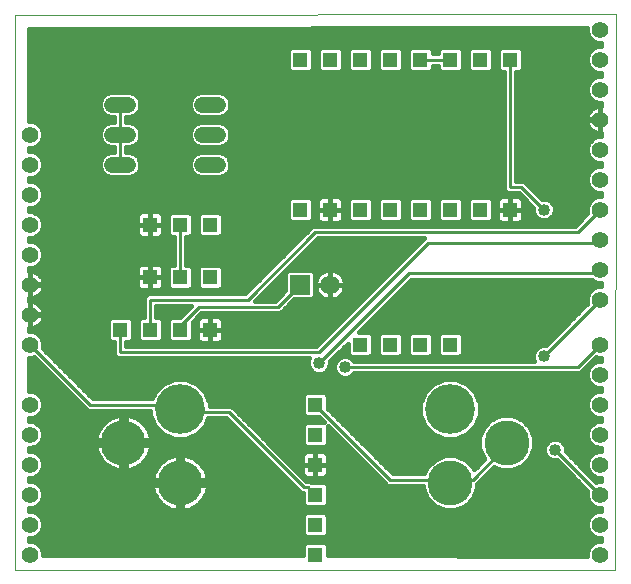
<source format=gtl>
G75*
%MOIN*%
%OFA0B0*%
%FSLAX25Y25*%
%IPPOS*%
%LPD*%
%AMOC8*
5,1,8,0,0,1.08239X$1,22.5*
%
%ADD10C,0.00000*%
%ADD11C,0.05543*%
%ADD12R,0.05150X0.05150*%
%ADD13C,0.16598*%
%ADD14C,0.15024*%
%ADD15C,0.06500*%
%ADD16R,0.06500X0.06500*%
%ADD17C,0.05200*%
%ADD18C,0.01000*%
%ADD19C,0.01600*%
%ADD20C,0.05315*%
%ADD21C,0.04000*%
D10*
X0006800Y0006800D02*
X0006800Y0191761D01*
X0207041Y0192041D01*
X0206851Y0006640D01*
X0006800Y0006800D01*
D11*
X0011800Y0011800D03*
X0011800Y0021800D03*
X0011800Y0031800D03*
X0011800Y0041800D03*
X0011800Y0051800D03*
X0011800Y0061800D03*
X0011800Y0081800D03*
X0011800Y0091800D03*
X0011800Y0101800D03*
X0011800Y0111800D03*
X0011800Y0121800D03*
X0011800Y0131800D03*
X0011800Y0141800D03*
X0011800Y0151800D03*
X0201800Y0146800D03*
X0201800Y0136800D03*
X0201800Y0126800D03*
X0201800Y0116800D03*
X0201800Y0106800D03*
X0201800Y0096800D03*
X0201800Y0081800D03*
X0201800Y0071800D03*
X0201800Y0061800D03*
X0201800Y0051800D03*
X0201800Y0041800D03*
X0201800Y0031800D03*
X0201800Y0021800D03*
X0201800Y0011800D03*
X0201800Y0156800D03*
X0201800Y0166800D03*
X0201800Y0176800D03*
X0201800Y0186800D03*
D12*
X0171800Y0176800D03*
X0161800Y0176800D03*
X0151800Y0176800D03*
X0141800Y0176800D03*
X0131800Y0176800D03*
X0121800Y0176800D03*
X0111800Y0176800D03*
X0101800Y0176800D03*
X0101800Y0126800D03*
X0111800Y0126800D03*
X0121800Y0126800D03*
X0131800Y0126800D03*
X0141800Y0126800D03*
X0151800Y0126800D03*
X0161800Y0126800D03*
X0171800Y0126800D03*
X0151800Y0081800D03*
X0141800Y0081800D03*
X0131800Y0081800D03*
X0121800Y0081800D03*
X0106800Y0061800D03*
X0106800Y0051800D03*
X0106800Y0041800D03*
X0106800Y0031800D03*
X0106800Y0021800D03*
X0106800Y0011800D03*
X0071800Y0086800D03*
X0061800Y0086800D03*
X0051800Y0086800D03*
X0041800Y0086800D03*
X0051800Y0104300D03*
X0061800Y0104300D03*
X0071800Y0104300D03*
X0071800Y0121800D03*
X0061800Y0121800D03*
X0051800Y0121800D03*
D13*
X0061800Y0060343D03*
X0151800Y0060343D03*
D14*
X0170698Y0049123D03*
X0151800Y0035737D03*
X0061800Y0035737D03*
X0042902Y0049123D03*
D15*
X0111800Y0101800D03*
D16*
X0101800Y0101800D03*
D17*
X0074400Y0141800D02*
X0069200Y0141800D01*
X0069200Y0151800D02*
X0074400Y0151800D01*
X0074400Y0161800D02*
X0069200Y0161800D01*
X0044400Y0161800D02*
X0039200Y0161800D01*
X0039200Y0151800D02*
X0044400Y0151800D01*
X0044400Y0141800D02*
X0039200Y0141800D01*
D18*
X0041800Y0141800D02*
X0041800Y0151800D01*
X0041800Y0161800D01*
X0061800Y0121800D02*
X0061800Y0104300D01*
X0051800Y0096800D02*
X0084300Y0096800D01*
X0106800Y0119300D01*
X0194300Y0119300D01*
X0201800Y0126800D01*
X0201800Y0116800D02*
X0200550Y0115550D01*
X0144300Y0115550D01*
X0108050Y0079300D01*
X0041800Y0079300D01*
X0041800Y0086800D01*
X0051800Y0086800D02*
X0051800Y0096800D01*
X0061800Y0088050D02*
X0061800Y0086800D01*
X0061800Y0088050D02*
X0068050Y0094300D01*
X0094300Y0094300D01*
X0101800Y0101800D01*
X0108050Y0075550D02*
X0138050Y0105550D01*
X0200550Y0105550D01*
X0201800Y0106800D01*
X0201800Y0096800D02*
X0183050Y0078050D01*
X0194300Y0074300D02*
X0201800Y0081800D01*
X0194300Y0074300D02*
X0116800Y0074300D01*
X0106800Y0061800D02*
X0131800Y0036800D01*
X0151800Y0036800D01*
X0151800Y0035737D01*
X0151800Y0036800D02*
X0159300Y0036800D01*
X0170550Y0048050D01*
X0170698Y0049123D01*
X0186800Y0046800D02*
X0201800Y0031800D01*
X0106800Y0031800D02*
X0104300Y0034300D01*
X0103050Y0034300D01*
X0078050Y0059300D01*
X0061800Y0059300D01*
X0061800Y0060343D01*
X0061800Y0060550D01*
X0060550Y0061800D01*
X0031800Y0061800D01*
X0011800Y0081800D01*
X0141800Y0176800D02*
X0151800Y0176800D01*
X0171800Y0176800D02*
X0171800Y0134300D01*
X0175550Y0134300D01*
X0183050Y0126800D01*
D19*
X0185576Y0124235D02*
X0196265Y0124235D01*
X0197584Y0125554D02*
X0193430Y0121400D01*
X0105930Y0121400D01*
X0104700Y0120170D01*
X0083430Y0098900D01*
X0050930Y0098900D01*
X0049700Y0097670D01*
X0049700Y0090975D01*
X0048562Y0090975D01*
X0047625Y0090038D01*
X0047625Y0083562D01*
X0048562Y0082625D01*
X0055038Y0082625D01*
X0055975Y0083562D01*
X0055975Y0090038D01*
X0055038Y0090975D01*
X0053900Y0090975D01*
X0053900Y0094700D01*
X0065480Y0094700D01*
X0061755Y0090975D01*
X0058562Y0090975D01*
X0057625Y0090038D01*
X0057625Y0083562D01*
X0058562Y0082625D01*
X0065038Y0082625D01*
X0065975Y0083562D01*
X0065975Y0089255D01*
X0068920Y0092200D01*
X0095170Y0092200D01*
X0096400Y0093430D01*
X0099920Y0096950D01*
X0105713Y0096950D01*
X0106650Y0097887D01*
X0106650Y0105713D01*
X0105713Y0106650D01*
X0097887Y0106650D01*
X0096950Y0105713D01*
X0096950Y0099920D01*
X0093430Y0096400D01*
X0086870Y0096400D01*
X0107670Y0117200D01*
X0142980Y0117200D01*
X0142200Y0116420D01*
X0107180Y0081400D01*
X0043900Y0081400D01*
X0043900Y0082625D01*
X0045038Y0082625D01*
X0045975Y0083562D01*
X0045975Y0090038D01*
X0045038Y0090975D01*
X0038562Y0090975D01*
X0037625Y0090038D01*
X0037625Y0083562D01*
X0038562Y0082625D01*
X0039700Y0082625D01*
X0039700Y0078430D01*
X0040930Y0077200D01*
X0104837Y0077200D01*
X0104450Y0076266D01*
X0104450Y0074834D01*
X0104998Y0073511D01*
X0106011Y0072498D01*
X0107334Y0071950D01*
X0108766Y0071950D01*
X0110089Y0072498D01*
X0111102Y0073511D01*
X0111650Y0074834D01*
X0111650Y0076180D01*
X0117625Y0082155D01*
X0117625Y0078562D01*
X0118562Y0077625D01*
X0125038Y0077625D01*
X0125975Y0078562D01*
X0125975Y0085038D01*
X0125038Y0085975D01*
X0121445Y0085975D01*
X0138920Y0103450D01*
X0198968Y0103450D01*
X0199324Y0103094D01*
X0200930Y0102428D01*
X0202149Y0102428D01*
X0202148Y0101172D01*
X0200930Y0101172D01*
X0199324Y0100506D01*
X0198094Y0099276D01*
X0197428Y0097670D01*
X0197428Y0095930D01*
X0197584Y0095554D01*
X0183680Y0081650D01*
X0182334Y0081650D01*
X0181011Y0081102D01*
X0179998Y0080089D01*
X0179450Y0078766D01*
X0179450Y0077334D01*
X0179837Y0076400D01*
X0119791Y0076400D01*
X0118839Y0077352D01*
X0117516Y0077900D01*
X0116084Y0077900D01*
X0114761Y0077352D01*
X0113748Y0076339D01*
X0113200Y0075016D01*
X0113200Y0073584D01*
X0113748Y0072261D01*
X0114761Y0071248D01*
X0116084Y0070700D01*
X0117516Y0070700D01*
X0118839Y0071248D01*
X0119791Y0072200D01*
X0195170Y0072200D01*
X0200554Y0077584D01*
X0200930Y0077428D01*
X0202123Y0077428D01*
X0202122Y0076172D01*
X0200930Y0076172D01*
X0199324Y0075506D01*
X0198094Y0074276D01*
X0197428Y0072670D01*
X0197428Y0070930D01*
X0198094Y0069324D01*
X0199324Y0068094D01*
X0200930Y0067428D01*
X0202113Y0067428D01*
X0202112Y0066172D01*
X0200930Y0066172D01*
X0199324Y0065506D01*
X0198094Y0064276D01*
X0197428Y0062670D01*
X0197428Y0060930D01*
X0198094Y0059324D01*
X0199324Y0058094D01*
X0200930Y0057428D01*
X0202103Y0057428D01*
X0202102Y0056172D01*
X0200930Y0056172D01*
X0199324Y0055506D01*
X0198094Y0054276D01*
X0197428Y0052670D01*
X0197428Y0050930D01*
X0198094Y0049324D01*
X0199324Y0048094D01*
X0200930Y0047428D01*
X0202093Y0047428D01*
X0202091Y0046172D01*
X0200930Y0046172D01*
X0199324Y0045506D01*
X0198094Y0044276D01*
X0197428Y0042670D01*
X0197428Y0040930D01*
X0198094Y0039324D01*
X0199324Y0038094D01*
X0200930Y0037428D01*
X0202082Y0037428D01*
X0202081Y0036172D01*
X0200930Y0036172D01*
X0200554Y0036016D01*
X0190400Y0046170D01*
X0190400Y0047516D01*
X0189852Y0048839D01*
X0188839Y0049852D01*
X0187516Y0050400D01*
X0186084Y0050400D01*
X0184761Y0049852D01*
X0183748Y0048839D01*
X0183200Y0047516D01*
X0183200Y0046084D01*
X0183748Y0044761D01*
X0184761Y0043748D01*
X0186084Y0043200D01*
X0187430Y0043200D01*
X0197584Y0033046D01*
X0197428Y0032670D01*
X0197428Y0030930D01*
X0198094Y0029324D01*
X0199324Y0028094D01*
X0200930Y0027428D01*
X0202072Y0027428D01*
X0202071Y0026172D01*
X0200930Y0026172D01*
X0199324Y0025506D01*
X0198094Y0024276D01*
X0197428Y0022670D01*
X0197428Y0020930D01*
X0198094Y0019324D01*
X0199324Y0018094D01*
X0200930Y0017428D01*
X0202062Y0017428D01*
X0202061Y0016172D01*
X0200930Y0016172D01*
X0199324Y0015506D01*
X0198094Y0014276D01*
X0197428Y0012670D01*
X0197428Y0011448D01*
X0110975Y0011517D01*
X0110975Y0015038D01*
X0110038Y0015975D01*
X0103562Y0015975D01*
X0102625Y0015038D01*
X0102625Y0011523D01*
X0016172Y0011592D01*
X0016172Y0012670D01*
X0015506Y0014276D01*
X0014276Y0015506D01*
X0012670Y0016172D01*
X0011600Y0016172D01*
X0011600Y0017428D01*
X0012670Y0017428D01*
X0014276Y0018094D01*
X0015506Y0019324D01*
X0016172Y0020930D01*
X0016172Y0022670D01*
X0015506Y0024276D01*
X0014276Y0025506D01*
X0012670Y0026172D01*
X0011600Y0026172D01*
X0011600Y0027428D01*
X0012670Y0027428D01*
X0014276Y0028094D01*
X0015506Y0029324D01*
X0016172Y0030930D01*
X0016172Y0032670D01*
X0015506Y0034276D01*
X0014276Y0035506D01*
X0012670Y0036172D01*
X0011600Y0036172D01*
X0011600Y0037428D01*
X0012670Y0037428D01*
X0014276Y0038094D01*
X0015506Y0039324D01*
X0016172Y0040930D01*
X0016172Y0042670D01*
X0015506Y0044276D01*
X0014276Y0045506D01*
X0012670Y0046172D01*
X0011600Y0046172D01*
X0011600Y0047428D01*
X0012670Y0047428D01*
X0014276Y0048094D01*
X0015506Y0049324D01*
X0016172Y0050930D01*
X0016172Y0052670D01*
X0015506Y0054276D01*
X0014276Y0055506D01*
X0012670Y0056172D01*
X0011600Y0056172D01*
X0011600Y0057428D01*
X0012670Y0057428D01*
X0014276Y0058094D01*
X0015506Y0059324D01*
X0016172Y0060930D01*
X0016172Y0062670D01*
X0015506Y0064276D01*
X0014276Y0065506D01*
X0012670Y0066172D01*
X0011600Y0066172D01*
X0011600Y0077428D01*
X0012670Y0077428D01*
X0013046Y0077584D01*
X0029700Y0060930D01*
X0030930Y0059700D01*
X0051901Y0059700D01*
X0051901Y0058374D01*
X0053408Y0054736D01*
X0056193Y0051951D01*
X0059831Y0050444D01*
X0063769Y0050444D01*
X0067407Y0051951D01*
X0070192Y0054736D01*
X0071213Y0057200D01*
X0077180Y0057200D01*
X0102180Y0032200D01*
X0102625Y0032200D01*
X0102625Y0028562D01*
X0103562Y0027625D01*
X0110038Y0027625D01*
X0110975Y0028562D01*
X0110975Y0035038D01*
X0110038Y0035975D01*
X0105595Y0035975D01*
X0105170Y0036400D01*
X0103920Y0036400D01*
X0080150Y0060170D01*
X0078920Y0061400D01*
X0071699Y0061400D01*
X0071699Y0062312D01*
X0070192Y0065951D01*
X0067407Y0068735D01*
X0063769Y0070243D01*
X0059831Y0070243D01*
X0056193Y0068735D01*
X0053408Y0065951D01*
X0052558Y0063900D01*
X0032670Y0063900D01*
X0016016Y0080554D01*
X0016172Y0080930D01*
X0016172Y0082670D01*
X0015506Y0084276D01*
X0014276Y0085506D01*
X0012670Y0086172D01*
X0011600Y0086172D01*
X0011600Y0087228D01*
X0011714Y0087228D01*
X0011714Y0091714D01*
X0011886Y0091714D01*
X0011886Y0091886D01*
X0011714Y0091886D01*
X0011714Y0096372D01*
X0011600Y0096372D01*
X0011600Y0097228D01*
X0011714Y0097228D01*
X0011714Y0101714D01*
X0011886Y0101714D01*
X0011886Y0101886D01*
X0011714Y0101886D01*
X0011714Y0106372D01*
X0011600Y0106372D01*
X0011600Y0107428D01*
X0012670Y0107428D01*
X0014276Y0108094D01*
X0015506Y0109324D01*
X0016172Y0110930D01*
X0016172Y0112670D01*
X0015506Y0114276D01*
X0014276Y0115506D01*
X0012670Y0116172D01*
X0011600Y0116172D01*
X0011600Y0117428D01*
X0012670Y0117428D01*
X0014276Y0118094D01*
X0015506Y0119324D01*
X0016172Y0120930D01*
X0016172Y0122670D01*
X0015506Y0124276D01*
X0014276Y0125506D01*
X0012670Y0126172D01*
X0011600Y0126172D01*
X0011600Y0127428D01*
X0012670Y0127428D01*
X0014276Y0128094D01*
X0015506Y0129324D01*
X0016172Y0130930D01*
X0016172Y0132670D01*
X0015506Y0134276D01*
X0014276Y0135506D01*
X0012670Y0136172D01*
X0011600Y0136172D01*
X0011600Y0137428D01*
X0012670Y0137428D01*
X0014276Y0138094D01*
X0015506Y0139324D01*
X0016172Y0140930D01*
X0016172Y0142670D01*
X0015506Y0144276D01*
X0014276Y0145506D01*
X0012670Y0146172D01*
X0011600Y0146172D01*
X0011600Y0147428D01*
X0012670Y0147428D01*
X0014276Y0148094D01*
X0015506Y0149324D01*
X0016172Y0150930D01*
X0016172Y0152670D01*
X0015506Y0154276D01*
X0014276Y0155506D01*
X0012670Y0156172D01*
X0011600Y0156172D01*
X0011600Y0186967D01*
X0197428Y0187227D01*
X0197428Y0185930D01*
X0198094Y0184324D01*
X0199324Y0183094D01*
X0200930Y0182428D01*
X0202231Y0182428D01*
X0202230Y0181172D01*
X0200930Y0181172D01*
X0199324Y0180506D01*
X0198094Y0179276D01*
X0197428Y0177670D01*
X0197428Y0175930D01*
X0198094Y0174324D01*
X0199324Y0173094D01*
X0200930Y0172428D01*
X0202221Y0172428D01*
X0202219Y0171172D01*
X0200930Y0171172D01*
X0199324Y0170506D01*
X0198094Y0169276D01*
X0197428Y0167670D01*
X0197428Y0165930D01*
X0198094Y0164324D01*
X0199324Y0163094D01*
X0200930Y0162428D01*
X0202210Y0162428D01*
X0202209Y0161364D01*
X0202160Y0161372D01*
X0201886Y0161372D01*
X0201886Y0156886D01*
X0201714Y0156886D01*
X0201714Y0161372D01*
X0201440Y0161372D01*
X0200729Y0161259D01*
X0200045Y0161037D01*
X0199404Y0160710D01*
X0198822Y0160287D01*
X0198313Y0159778D01*
X0197890Y0159196D01*
X0197563Y0158555D01*
X0197341Y0157871D01*
X0197228Y0157160D01*
X0197228Y0156886D01*
X0201714Y0156886D01*
X0201714Y0156714D01*
X0201886Y0156714D01*
X0201886Y0152228D01*
X0202160Y0152228D01*
X0202200Y0152235D01*
X0202199Y0151172D01*
X0200930Y0151172D01*
X0199324Y0150506D01*
X0198094Y0149276D01*
X0197428Y0147670D01*
X0197428Y0145930D01*
X0198094Y0144324D01*
X0199324Y0143094D01*
X0200930Y0142428D01*
X0202190Y0142428D01*
X0202189Y0141172D01*
X0200930Y0141172D01*
X0199324Y0140506D01*
X0198094Y0139276D01*
X0197428Y0137670D01*
X0197428Y0135930D01*
X0198094Y0134324D01*
X0199324Y0133094D01*
X0200930Y0132428D01*
X0202180Y0132428D01*
X0202178Y0131172D01*
X0200930Y0131172D01*
X0199324Y0130506D01*
X0198094Y0129276D01*
X0197428Y0127670D01*
X0197428Y0125930D01*
X0197584Y0125554D01*
X0197469Y0125833D02*
X0186546Y0125833D01*
X0186650Y0126084D02*
X0186650Y0127516D01*
X0186102Y0128839D01*
X0185089Y0129852D01*
X0183766Y0130400D01*
X0182420Y0130400D01*
X0176420Y0136400D01*
X0173900Y0136400D01*
X0173900Y0172625D01*
X0175038Y0172625D01*
X0175975Y0173562D01*
X0175975Y0180038D01*
X0175038Y0180975D01*
X0168562Y0180975D01*
X0167625Y0180038D01*
X0167625Y0173562D01*
X0168562Y0172625D01*
X0169700Y0172625D01*
X0169700Y0133430D01*
X0170930Y0132200D01*
X0174680Y0132200D01*
X0179450Y0127430D01*
X0179450Y0126084D01*
X0179998Y0124761D01*
X0181011Y0123748D01*
X0182334Y0123200D01*
X0183766Y0123200D01*
X0185089Y0123748D01*
X0186102Y0124761D01*
X0186650Y0126084D01*
X0186650Y0127432D02*
X0197428Y0127432D01*
X0197992Y0129030D02*
X0185911Y0129030D01*
X0182191Y0130629D02*
X0199620Y0130629D01*
X0202180Y0132227D02*
X0180593Y0132227D01*
X0178994Y0133826D02*
X0198592Y0133826D01*
X0197638Y0135424D02*
X0177395Y0135424D01*
X0173900Y0137023D02*
X0197428Y0137023D01*
X0197823Y0138621D02*
X0173900Y0138621D01*
X0173900Y0140220D02*
X0199037Y0140220D01*
X0202189Y0141818D02*
X0173900Y0141818D01*
X0173900Y0143417D02*
X0199001Y0143417D01*
X0197807Y0145015D02*
X0173900Y0145015D01*
X0173900Y0146614D02*
X0197428Y0146614D01*
X0197653Y0148212D02*
X0173900Y0148212D01*
X0173900Y0149811D02*
X0198628Y0149811D01*
X0200045Y0152563D02*
X0200729Y0152341D01*
X0201440Y0152228D01*
X0201714Y0152228D01*
X0201714Y0156714D01*
X0197228Y0156714D01*
X0197228Y0156440D01*
X0197341Y0155729D01*
X0197563Y0155045D01*
X0197890Y0154404D01*
X0198313Y0153822D01*
X0198822Y0153313D01*
X0199404Y0152890D01*
X0200045Y0152563D01*
X0199242Y0153008D02*
X0173900Y0153008D01*
X0173900Y0154606D02*
X0197787Y0154606D01*
X0197266Y0156205D02*
X0173900Y0156205D01*
X0173900Y0157803D02*
X0197330Y0157803D01*
X0198040Y0159402D02*
X0173900Y0159402D01*
X0173900Y0161001D02*
X0199974Y0161001D01*
X0200518Y0162599D02*
X0173900Y0162599D01*
X0173900Y0164198D02*
X0198220Y0164198D01*
X0197484Y0165796D02*
X0173900Y0165796D01*
X0173900Y0167395D02*
X0197428Y0167395D01*
X0197977Y0168993D02*
X0173900Y0168993D01*
X0173900Y0170592D02*
X0199530Y0170592D01*
X0202220Y0172190D02*
X0173900Y0172190D01*
X0175975Y0173789D02*
X0198629Y0173789D01*
X0197653Y0175387D02*
X0175975Y0175387D01*
X0175975Y0176986D02*
X0197428Y0176986D01*
X0197807Y0178584D02*
X0175975Y0178584D01*
X0175830Y0180183D02*
X0199000Y0180183D01*
X0202230Y0181781D02*
X0011600Y0181781D01*
X0011600Y0180183D02*
X0097770Y0180183D01*
X0097625Y0180038D02*
X0097625Y0173562D01*
X0098562Y0172625D01*
X0105038Y0172625D01*
X0105975Y0173562D01*
X0105975Y0180038D01*
X0105038Y0180975D01*
X0098562Y0180975D01*
X0097625Y0180038D01*
X0097625Y0178584D02*
X0011600Y0178584D01*
X0011600Y0176986D02*
X0097625Y0176986D01*
X0097625Y0175387D02*
X0011600Y0175387D01*
X0011600Y0173789D02*
X0097625Y0173789D01*
X0105975Y0173789D02*
X0107625Y0173789D01*
X0107625Y0173562D02*
X0108562Y0172625D01*
X0115038Y0172625D01*
X0115975Y0173562D01*
X0115975Y0180038D01*
X0115038Y0180975D01*
X0108562Y0180975D01*
X0107625Y0180038D01*
X0107625Y0173562D01*
X0107625Y0175387D02*
X0105975Y0175387D01*
X0105975Y0176986D02*
X0107625Y0176986D01*
X0107625Y0178584D02*
X0105975Y0178584D01*
X0105830Y0180183D02*
X0107770Y0180183D01*
X0115830Y0180183D02*
X0117770Y0180183D01*
X0117625Y0180038D02*
X0117625Y0173562D01*
X0118562Y0172625D01*
X0125038Y0172625D01*
X0125975Y0173562D01*
X0125975Y0180038D01*
X0125038Y0180975D01*
X0118562Y0180975D01*
X0117625Y0180038D01*
X0117625Y0178584D02*
X0115975Y0178584D01*
X0115975Y0176986D02*
X0117625Y0176986D01*
X0117625Y0175387D02*
X0115975Y0175387D01*
X0115975Y0173789D02*
X0117625Y0173789D01*
X0125975Y0173789D02*
X0127625Y0173789D01*
X0127625Y0173562D02*
X0128562Y0172625D01*
X0135038Y0172625D01*
X0135975Y0173562D01*
X0135975Y0180038D01*
X0135038Y0180975D01*
X0128562Y0180975D01*
X0127625Y0180038D01*
X0127625Y0173562D01*
X0127625Y0175387D02*
X0125975Y0175387D01*
X0125975Y0176986D02*
X0127625Y0176986D01*
X0127625Y0178584D02*
X0125975Y0178584D01*
X0125830Y0180183D02*
X0127770Y0180183D01*
X0135830Y0180183D02*
X0137770Y0180183D01*
X0137625Y0180038D02*
X0137625Y0173562D01*
X0138562Y0172625D01*
X0145038Y0172625D01*
X0145975Y0173562D01*
X0145975Y0174700D01*
X0147625Y0174700D01*
X0147625Y0173562D01*
X0148562Y0172625D01*
X0155038Y0172625D01*
X0155975Y0173562D01*
X0155975Y0180038D01*
X0155038Y0180975D01*
X0148562Y0180975D01*
X0147625Y0180038D01*
X0147625Y0178900D01*
X0145975Y0178900D01*
X0145975Y0180038D01*
X0145038Y0180975D01*
X0138562Y0180975D01*
X0137625Y0180038D01*
X0137625Y0178584D02*
X0135975Y0178584D01*
X0135975Y0176986D02*
X0137625Y0176986D01*
X0137625Y0175387D02*
X0135975Y0175387D01*
X0135975Y0173789D02*
X0137625Y0173789D01*
X0145975Y0173789D02*
X0147625Y0173789D01*
X0147770Y0180183D02*
X0145830Y0180183D01*
X0155830Y0180183D02*
X0157770Y0180183D01*
X0157625Y0180038D02*
X0157625Y0173562D01*
X0158562Y0172625D01*
X0165038Y0172625D01*
X0165975Y0173562D01*
X0165975Y0180038D01*
X0165038Y0180975D01*
X0158562Y0180975D01*
X0157625Y0180038D01*
X0157625Y0178584D02*
X0155975Y0178584D01*
X0155975Y0176986D02*
X0157625Y0176986D01*
X0157625Y0175387D02*
X0155975Y0175387D01*
X0155975Y0173789D02*
X0157625Y0173789D01*
X0165975Y0173789D02*
X0167625Y0173789D01*
X0167625Y0175387D02*
X0165975Y0175387D01*
X0165975Y0176986D02*
X0167625Y0176986D01*
X0167625Y0178584D02*
X0165975Y0178584D01*
X0165830Y0180183D02*
X0167770Y0180183D01*
X0169700Y0172190D02*
X0011600Y0172190D01*
X0011600Y0170592D02*
X0169700Y0170592D01*
X0169700Y0168993D02*
X0011600Y0168993D01*
X0011600Y0167395D02*
X0169700Y0167395D01*
X0169700Y0165796D02*
X0075728Y0165796D01*
X0075235Y0166000D02*
X0068365Y0166000D01*
X0066821Y0165361D01*
X0065639Y0164179D01*
X0065000Y0162635D01*
X0065000Y0160965D01*
X0065639Y0159421D01*
X0066821Y0158239D01*
X0068365Y0157600D01*
X0075235Y0157600D01*
X0076779Y0158239D01*
X0077961Y0159421D01*
X0078600Y0160965D01*
X0078600Y0162635D01*
X0077961Y0164179D01*
X0076779Y0165361D01*
X0075235Y0166000D01*
X0077942Y0164198D02*
X0169700Y0164198D01*
X0169700Y0162599D02*
X0078600Y0162599D01*
X0078600Y0161001D02*
X0169700Y0161001D01*
X0169700Y0159402D02*
X0077942Y0159402D01*
X0075727Y0157803D02*
X0169700Y0157803D01*
X0169700Y0156205D02*
X0043900Y0156205D01*
X0043900Y0156000D02*
X0043900Y0157600D01*
X0045235Y0157600D01*
X0046779Y0158239D01*
X0047961Y0159421D01*
X0048600Y0160965D01*
X0048600Y0162635D01*
X0047961Y0164179D01*
X0046779Y0165361D01*
X0045235Y0166000D01*
X0038365Y0166000D01*
X0036821Y0165361D01*
X0035639Y0164179D01*
X0035000Y0162635D01*
X0035000Y0160965D01*
X0035639Y0159421D01*
X0036821Y0158239D01*
X0038365Y0157600D01*
X0039700Y0157600D01*
X0039700Y0156000D01*
X0038365Y0156000D01*
X0036821Y0155361D01*
X0035639Y0154179D01*
X0035000Y0152635D01*
X0035000Y0150965D01*
X0035639Y0149421D01*
X0036821Y0148239D01*
X0038365Y0147600D01*
X0039700Y0147600D01*
X0039700Y0146000D01*
X0038365Y0146000D01*
X0036821Y0145361D01*
X0035639Y0144179D01*
X0035000Y0142635D01*
X0035000Y0140965D01*
X0035639Y0139421D01*
X0036821Y0138239D01*
X0038365Y0137600D01*
X0045235Y0137600D01*
X0046779Y0138239D01*
X0047961Y0139421D01*
X0048600Y0140965D01*
X0048600Y0142635D01*
X0047961Y0144179D01*
X0046779Y0145361D01*
X0045235Y0146000D01*
X0043900Y0146000D01*
X0043900Y0147600D01*
X0045235Y0147600D01*
X0046779Y0148239D01*
X0047961Y0149421D01*
X0048600Y0150965D01*
X0048600Y0152635D01*
X0047961Y0154179D01*
X0046779Y0155361D01*
X0045235Y0156000D01*
X0043900Y0156000D01*
X0045727Y0157803D02*
X0067873Y0157803D01*
X0068365Y0156000D02*
X0066821Y0155361D01*
X0065639Y0154179D01*
X0065000Y0152635D01*
X0065000Y0150965D01*
X0065639Y0149421D01*
X0066821Y0148239D01*
X0068365Y0147600D01*
X0075235Y0147600D01*
X0076779Y0148239D01*
X0077961Y0149421D01*
X0078600Y0150965D01*
X0078600Y0152635D01*
X0077961Y0154179D01*
X0076779Y0155361D01*
X0075235Y0156000D01*
X0068365Y0156000D01*
X0066067Y0154606D02*
X0047533Y0154606D01*
X0048446Y0153008D02*
X0065154Y0153008D01*
X0065000Y0151409D02*
X0048600Y0151409D01*
X0048122Y0149811D02*
X0065478Y0149811D01*
X0066886Y0148212D02*
X0046714Y0148212D01*
X0047124Y0145015D02*
X0066476Y0145015D01*
X0066821Y0145361D02*
X0065639Y0144179D01*
X0065000Y0142635D01*
X0065000Y0140965D01*
X0065639Y0139421D01*
X0066821Y0138239D01*
X0068365Y0137600D01*
X0075235Y0137600D01*
X0076779Y0138239D01*
X0077961Y0139421D01*
X0078600Y0140965D01*
X0078600Y0142635D01*
X0077961Y0144179D01*
X0076779Y0145361D01*
X0075235Y0146000D01*
X0068365Y0146000D01*
X0066821Y0145361D01*
X0065324Y0143417D02*
X0048276Y0143417D01*
X0048600Y0141818D02*
X0065000Y0141818D01*
X0065308Y0140220D02*
X0048292Y0140220D01*
X0047161Y0138621D02*
X0066439Y0138621D01*
X0077161Y0138621D02*
X0169700Y0138621D01*
X0169700Y0137023D02*
X0011600Y0137023D01*
X0014358Y0135424D02*
X0169700Y0135424D01*
X0169700Y0133826D02*
X0015693Y0133826D01*
X0016172Y0132227D02*
X0170903Y0132227D01*
X0171800Y0131175D02*
X0168988Y0131175D01*
X0168530Y0131052D01*
X0168120Y0130815D01*
X0167785Y0130480D01*
X0167548Y0130070D01*
X0167425Y0129612D01*
X0167425Y0126800D01*
X0171800Y0126800D01*
X0171800Y0126800D01*
X0171800Y0131175D01*
X0171800Y0126800D01*
X0176175Y0126800D01*
X0176175Y0129612D01*
X0176052Y0130070D01*
X0175815Y0130480D01*
X0175480Y0130815D01*
X0175070Y0131052D01*
X0174612Y0131175D01*
X0171800Y0131175D01*
X0171800Y0130629D02*
X0171800Y0130629D01*
X0171800Y0129030D02*
X0171800Y0129030D01*
X0171800Y0127432D02*
X0171800Y0127432D01*
X0171800Y0126800D02*
X0171800Y0126800D01*
X0176175Y0126800D01*
X0176175Y0123988D01*
X0176052Y0123530D01*
X0175815Y0123120D01*
X0175480Y0122785D01*
X0175070Y0122548D01*
X0174612Y0122425D01*
X0171800Y0122425D01*
X0171800Y0126800D01*
X0171800Y0126800D01*
X0171800Y0126800D01*
X0171800Y0122425D01*
X0168988Y0122425D01*
X0168530Y0122548D01*
X0168120Y0122785D01*
X0167785Y0123120D01*
X0167548Y0123530D01*
X0167425Y0123988D01*
X0167425Y0126800D01*
X0171800Y0126800D01*
X0171800Y0125833D02*
X0171800Y0125833D01*
X0171800Y0124235D02*
X0171800Y0124235D01*
X0171800Y0122636D02*
X0171800Y0122636D01*
X0175223Y0122636D02*
X0194666Y0122636D01*
X0180524Y0124235D02*
X0176175Y0124235D01*
X0176175Y0125833D02*
X0179554Y0125833D01*
X0179448Y0127432D02*
X0176175Y0127432D01*
X0176175Y0129030D02*
X0177850Y0129030D01*
X0176251Y0130629D02*
X0175666Y0130629D01*
X0167934Y0130629D02*
X0165384Y0130629D01*
X0165038Y0130975D02*
X0165975Y0130038D01*
X0165975Y0123562D01*
X0165038Y0122625D01*
X0158562Y0122625D01*
X0157625Y0123562D01*
X0157625Y0130038D01*
X0158562Y0130975D01*
X0165038Y0130975D01*
X0165975Y0129030D02*
X0167425Y0129030D01*
X0167425Y0127432D02*
X0165975Y0127432D01*
X0165975Y0125833D02*
X0167425Y0125833D01*
X0167425Y0124235D02*
X0165975Y0124235D01*
X0165049Y0122636D02*
X0168377Y0122636D01*
X0158551Y0122636D02*
X0155049Y0122636D01*
X0155038Y0122625D02*
X0155975Y0123562D01*
X0155975Y0130038D01*
X0155038Y0130975D01*
X0148562Y0130975D01*
X0147625Y0130038D01*
X0147625Y0123562D01*
X0148562Y0122625D01*
X0155038Y0122625D01*
X0155975Y0124235D02*
X0157625Y0124235D01*
X0157625Y0125833D02*
X0155975Y0125833D01*
X0155975Y0127432D02*
X0157625Y0127432D01*
X0157625Y0129030D02*
X0155975Y0129030D01*
X0155384Y0130629D02*
X0158216Y0130629D01*
X0148216Y0130629D02*
X0145384Y0130629D01*
X0145038Y0130975D02*
X0145975Y0130038D01*
X0145975Y0123562D01*
X0145038Y0122625D01*
X0138562Y0122625D01*
X0137625Y0123562D01*
X0137625Y0130038D01*
X0138562Y0130975D01*
X0145038Y0130975D01*
X0145975Y0129030D02*
X0147625Y0129030D01*
X0147625Y0127432D02*
X0145975Y0127432D01*
X0145975Y0125833D02*
X0147625Y0125833D01*
X0147625Y0124235D02*
X0145975Y0124235D01*
X0145049Y0122636D02*
X0148551Y0122636D01*
X0142022Y0116242D02*
X0106712Y0116242D01*
X0105114Y0114644D02*
X0140424Y0114644D01*
X0138825Y0113045D02*
X0103515Y0113045D01*
X0101916Y0111447D02*
X0137227Y0111447D01*
X0135628Y0109848D02*
X0100318Y0109848D01*
X0098719Y0108250D02*
X0134030Y0108250D01*
X0132431Y0106651D02*
X0113212Y0106651D01*
X0112983Y0106726D02*
X0113739Y0106480D01*
X0114447Y0106119D01*
X0115090Y0105652D01*
X0115652Y0105090D01*
X0116119Y0104447D01*
X0116480Y0103739D01*
X0116726Y0102983D01*
X0116850Y0102197D01*
X0116850Y0101800D01*
X0111800Y0101800D01*
X0111800Y0101800D01*
X0111800Y0101800D01*
X0111800Y0106850D01*
X0112197Y0106850D01*
X0112983Y0106726D01*
X0111800Y0106651D02*
X0111800Y0106651D01*
X0111800Y0106850D02*
X0111403Y0106850D01*
X0110617Y0106726D01*
X0109861Y0106480D01*
X0109153Y0106119D01*
X0108510Y0105652D01*
X0107948Y0105090D01*
X0107481Y0104447D01*
X0107120Y0103739D01*
X0106874Y0102983D01*
X0106750Y0102197D01*
X0106750Y0101800D01*
X0111800Y0101800D01*
X0116850Y0101800D01*
X0116850Y0101403D01*
X0116726Y0100617D01*
X0116480Y0099861D01*
X0116119Y0099153D01*
X0115652Y0098510D01*
X0115090Y0097948D01*
X0114447Y0097481D01*
X0113739Y0097120D01*
X0112983Y0096874D01*
X0112197Y0096750D01*
X0111800Y0096750D01*
X0111800Y0101800D01*
X0111800Y0101800D01*
X0111800Y0101800D01*
X0111800Y0106850D01*
X0110388Y0106651D02*
X0097121Y0106651D01*
X0096950Y0105053D02*
X0095522Y0105053D01*
X0096950Y0103454D02*
X0093924Y0103454D01*
X0092325Y0101856D02*
X0096950Y0101856D01*
X0096950Y0100257D02*
X0090727Y0100257D01*
X0089128Y0098659D02*
X0095689Y0098659D01*
X0094090Y0097060D02*
X0087530Y0097060D01*
X0084787Y0100257D02*
X0075169Y0100257D01*
X0075038Y0100125D02*
X0075975Y0101062D01*
X0075975Y0107538D01*
X0075038Y0108475D01*
X0068562Y0108475D01*
X0067625Y0107538D01*
X0067625Y0101062D01*
X0068562Y0100125D01*
X0075038Y0100125D01*
X0075975Y0101856D02*
X0086386Y0101856D01*
X0087984Y0103454D02*
X0075975Y0103454D01*
X0075975Y0105053D02*
X0089583Y0105053D01*
X0091181Y0106651D02*
X0075975Y0106651D01*
X0075263Y0108250D02*
X0092780Y0108250D01*
X0094378Y0109848D02*
X0063900Y0109848D01*
X0063900Y0108475D02*
X0063900Y0117625D01*
X0065038Y0117625D01*
X0065975Y0118562D01*
X0065975Y0125038D01*
X0065038Y0125975D01*
X0058562Y0125975D01*
X0057625Y0125038D01*
X0057625Y0118562D01*
X0058562Y0117625D01*
X0059700Y0117625D01*
X0059700Y0108475D01*
X0058562Y0108475D01*
X0057625Y0107538D01*
X0057625Y0101062D01*
X0058562Y0100125D01*
X0065038Y0100125D01*
X0065975Y0101062D01*
X0065975Y0107538D01*
X0065038Y0108475D01*
X0063900Y0108475D01*
X0065263Y0108250D02*
X0068337Y0108250D01*
X0067625Y0106651D02*
X0065975Y0106651D01*
X0065975Y0105053D02*
X0067625Y0105053D01*
X0067625Y0103454D02*
X0065975Y0103454D01*
X0065975Y0101856D02*
X0067625Y0101856D01*
X0068431Y0100257D02*
X0065169Y0100257D01*
X0064643Y0093863D02*
X0053900Y0093863D01*
X0053900Y0092265D02*
X0063045Y0092265D01*
X0065975Y0089068D02*
X0067425Y0089068D01*
X0067425Y0089612D02*
X0067425Y0086800D01*
X0071800Y0086800D01*
X0071800Y0086800D01*
X0071800Y0091175D01*
X0068988Y0091175D01*
X0068530Y0091052D01*
X0068120Y0090815D01*
X0067785Y0090480D01*
X0067548Y0090070D01*
X0067425Y0089612D01*
X0067386Y0090666D02*
X0067971Y0090666D01*
X0067425Y0087469D02*
X0065975Y0087469D01*
X0067425Y0086800D02*
X0067425Y0083988D01*
X0067548Y0083530D01*
X0067785Y0083120D01*
X0068120Y0082785D01*
X0068530Y0082548D01*
X0068988Y0082425D01*
X0071800Y0082425D01*
X0074612Y0082425D01*
X0075070Y0082548D01*
X0075480Y0082785D01*
X0075815Y0083120D01*
X0076052Y0083530D01*
X0076175Y0083988D01*
X0076175Y0086800D01*
X0076175Y0089612D01*
X0076052Y0090070D01*
X0075815Y0090480D01*
X0075480Y0090815D01*
X0075070Y0091052D01*
X0074612Y0091175D01*
X0071800Y0091175D01*
X0071800Y0086800D01*
X0076175Y0086800D01*
X0071800Y0086800D01*
X0071800Y0086800D01*
X0071800Y0082425D01*
X0071800Y0086800D01*
X0071800Y0086800D01*
X0071800Y0086800D01*
X0067425Y0086800D01*
X0067425Y0085870D02*
X0065975Y0085870D01*
X0065975Y0084272D02*
X0067425Y0084272D01*
X0068313Y0082673D02*
X0065086Y0082673D01*
X0058514Y0082673D02*
X0055086Y0082673D01*
X0055975Y0084272D02*
X0057625Y0084272D01*
X0057625Y0085870D02*
X0055975Y0085870D01*
X0055975Y0087469D02*
X0057625Y0087469D01*
X0057625Y0089068D02*
X0055975Y0089068D01*
X0055346Y0090666D02*
X0058254Y0090666D01*
X0049700Y0092265D02*
X0016355Y0092265D01*
X0016372Y0092160D02*
X0016259Y0092871D01*
X0016037Y0093555D01*
X0015710Y0094196D01*
X0015287Y0094778D01*
X0014778Y0095287D01*
X0014196Y0095710D01*
X0013555Y0096037D01*
X0012871Y0096259D01*
X0012160Y0096372D01*
X0011886Y0096372D01*
X0011886Y0091886D01*
X0016372Y0091886D01*
X0016372Y0092160D01*
X0016372Y0091714D02*
X0011886Y0091714D01*
X0011886Y0087228D01*
X0012160Y0087228D01*
X0012871Y0087341D01*
X0013555Y0087563D01*
X0014196Y0087890D01*
X0014778Y0088313D01*
X0015287Y0088822D01*
X0015710Y0089404D01*
X0016037Y0090045D01*
X0016259Y0090729D01*
X0016372Y0091440D01*
X0016372Y0091714D01*
X0016238Y0090666D02*
X0038254Y0090666D01*
X0037625Y0089068D02*
X0015466Y0089068D01*
X0013265Y0087469D02*
X0037625Y0087469D01*
X0037625Y0085870D02*
X0013397Y0085870D01*
X0011886Y0087469D02*
X0011714Y0087469D01*
X0011714Y0089068D02*
X0011886Y0089068D01*
X0011886Y0090666D02*
X0011714Y0090666D01*
X0011714Y0092265D02*
X0011886Y0092265D01*
X0011886Y0093863D02*
X0011714Y0093863D01*
X0011714Y0095462D02*
X0011886Y0095462D01*
X0011600Y0097060D02*
X0049700Y0097060D01*
X0049700Y0095462D02*
X0014538Y0095462D01*
X0015880Y0093863D02*
X0049700Y0093863D01*
X0048254Y0090666D02*
X0045346Y0090666D01*
X0045975Y0089068D02*
X0047625Y0089068D01*
X0047625Y0087469D02*
X0045975Y0087469D01*
X0045975Y0085870D02*
X0047625Y0085870D01*
X0047625Y0084272D02*
X0045975Y0084272D01*
X0045086Y0082673D02*
X0048514Y0082673D01*
X0039700Y0081075D02*
X0016172Y0081075D01*
X0016170Y0082673D02*
X0038514Y0082673D01*
X0037625Y0084272D02*
X0015508Y0084272D01*
X0017093Y0079476D02*
X0039700Y0079476D01*
X0040252Y0077878D02*
X0018692Y0077878D01*
X0020290Y0076279D02*
X0104456Y0076279D01*
X0104513Y0074681D02*
X0021889Y0074681D01*
X0023487Y0073082D02*
X0105426Y0073082D01*
X0110674Y0073082D02*
X0113408Y0073082D01*
X0113200Y0074681D02*
X0111587Y0074681D01*
X0111749Y0076279D02*
X0113723Y0076279D01*
X0113348Y0077878D02*
X0116031Y0077878D01*
X0117569Y0077878D02*
X0118310Y0077878D01*
X0117625Y0079476D02*
X0114946Y0079476D01*
X0116545Y0081075D02*
X0117625Y0081075D01*
X0111651Y0085870D02*
X0076175Y0085870D01*
X0076175Y0084272D02*
X0110052Y0084272D01*
X0108454Y0082673D02*
X0075287Y0082673D01*
X0071800Y0082673D02*
X0071800Y0082673D01*
X0071800Y0084272D02*
X0071800Y0084272D01*
X0071800Y0085870D02*
X0071800Y0085870D01*
X0071800Y0087469D02*
X0071800Y0087469D01*
X0071800Y0089068D02*
X0071800Y0089068D01*
X0071800Y0090666D02*
X0071800Y0090666D01*
X0075629Y0090666D02*
X0116446Y0090666D01*
X0114848Y0089068D02*
X0076175Y0089068D01*
X0076175Y0087469D02*
X0113249Y0087469D01*
X0118045Y0092265D02*
X0095234Y0092265D01*
X0096833Y0093863D02*
X0119643Y0093863D01*
X0121242Y0095462D02*
X0098431Y0095462D01*
X0105823Y0097060D02*
X0110046Y0097060D01*
X0109861Y0097120D02*
X0110617Y0096874D01*
X0111403Y0096750D01*
X0111800Y0096750D01*
X0111800Y0101800D01*
X0106750Y0101800D01*
X0106750Y0101403D01*
X0106874Y0100617D01*
X0107120Y0099861D01*
X0107481Y0099153D01*
X0107948Y0098510D01*
X0108510Y0097948D01*
X0109153Y0097481D01*
X0109861Y0097120D01*
X0111800Y0097060D02*
X0111800Y0097060D01*
X0111800Y0098659D02*
X0111800Y0098659D01*
X0111800Y0100257D02*
X0111800Y0100257D01*
X0111800Y0101856D02*
X0111800Y0101856D01*
X0111800Y0103454D02*
X0111800Y0103454D01*
X0111800Y0105053D02*
X0111800Y0105053D01*
X0107921Y0105053D02*
X0106650Y0105053D01*
X0106650Y0103454D02*
X0107028Y0103454D01*
X0106750Y0101856D02*
X0106650Y0101856D01*
X0106650Y0100257D02*
X0106991Y0100257D01*
X0106650Y0098659D02*
X0107840Y0098659D01*
X0113554Y0097060D02*
X0122840Y0097060D01*
X0124439Y0098659D02*
X0115760Y0098659D01*
X0116609Y0100257D02*
X0126037Y0100257D01*
X0127636Y0101856D02*
X0116850Y0101856D01*
X0116572Y0103454D02*
X0129234Y0103454D01*
X0130833Y0105053D02*
X0115679Y0105053D01*
X0127734Y0092265D02*
X0194295Y0092265D01*
X0195893Y0093863D02*
X0129333Y0093863D01*
X0130931Y0095462D02*
X0197492Y0095462D01*
X0197428Y0097060D02*
X0132530Y0097060D01*
X0134128Y0098659D02*
X0197838Y0098659D01*
X0199075Y0100257D02*
X0135727Y0100257D01*
X0137325Y0101856D02*
X0202148Y0101856D01*
X0192696Y0090666D02*
X0126136Y0090666D01*
X0124537Y0089068D02*
X0191098Y0089068D01*
X0189499Y0087469D02*
X0122939Y0087469D01*
X0125142Y0085870D02*
X0128458Y0085870D01*
X0128562Y0085975D02*
X0127625Y0085038D01*
X0127625Y0078562D01*
X0128562Y0077625D01*
X0135038Y0077625D01*
X0135975Y0078562D01*
X0135975Y0085038D01*
X0135038Y0085975D01*
X0128562Y0085975D01*
X0127625Y0084272D02*
X0125975Y0084272D01*
X0125975Y0082673D02*
X0127625Y0082673D01*
X0127625Y0081075D02*
X0125975Y0081075D01*
X0125975Y0079476D02*
X0127625Y0079476D01*
X0128310Y0077878D02*
X0125290Y0077878D01*
X0119075Y0071484D02*
X0197428Y0071484D01*
X0197599Y0073082D02*
X0196052Y0073082D01*
X0197651Y0074681D02*
X0198498Y0074681D01*
X0199249Y0076279D02*
X0202122Y0076279D01*
X0197861Y0069885D02*
X0154631Y0069885D01*
X0153769Y0070243D02*
X0157407Y0068735D01*
X0160192Y0065951D01*
X0161699Y0062312D01*
X0161699Y0058374D01*
X0160192Y0054736D01*
X0157407Y0051951D01*
X0153769Y0050444D01*
X0149831Y0050444D01*
X0146193Y0051951D01*
X0143408Y0054736D01*
X0141901Y0058374D01*
X0141901Y0062312D01*
X0143408Y0065951D01*
X0146193Y0068735D01*
X0149831Y0070243D01*
X0153769Y0070243D01*
X0157856Y0068287D02*
X0199131Y0068287D01*
X0202112Y0066688D02*
X0159455Y0066688D01*
X0160549Y0065090D02*
X0198907Y0065090D01*
X0197769Y0063491D02*
X0161211Y0063491D01*
X0161699Y0061893D02*
X0197428Y0061893D01*
X0197692Y0060294D02*
X0161699Y0060294D01*
X0161699Y0058696D02*
X0198722Y0058696D01*
X0202103Y0057097D02*
X0175256Y0057097D01*
X0175859Y0056847D02*
X0172510Y0058235D01*
X0168885Y0058235D01*
X0165536Y0056847D01*
X0162973Y0054284D01*
X0161586Y0050935D01*
X0161586Y0047310D01*
X0162973Y0043961D01*
X0163232Y0043702D01*
X0159789Y0040259D01*
X0159525Y0040898D01*
X0156961Y0043462D01*
X0153612Y0044849D01*
X0149988Y0044849D01*
X0146639Y0043462D01*
X0144075Y0040898D01*
X0143248Y0038900D01*
X0132670Y0038900D01*
X0110975Y0060595D01*
X0110975Y0065038D01*
X0110038Y0065975D01*
X0103562Y0065975D01*
X0102625Y0065038D01*
X0102625Y0058562D01*
X0103562Y0057625D01*
X0108005Y0057625D01*
X0109655Y0055975D01*
X0103562Y0055975D01*
X0102625Y0055038D01*
X0102625Y0048562D01*
X0103562Y0047625D01*
X0110038Y0047625D01*
X0110975Y0048562D01*
X0110975Y0054655D01*
X0129700Y0035930D01*
X0130930Y0034700D01*
X0142688Y0034700D01*
X0142688Y0033925D01*
X0144075Y0030576D01*
X0146639Y0028012D01*
X0149988Y0026625D01*
X0153612Y0026625D01*
X0156961Y0028012D01*
X0159525Y0030576D01*
X0160912Y0033925D01*
X0160912Y0035442D01*
X0161400Y0035930D01*
X0166478Y0041008D01*
X0168885Y0040011D01*
X0172510Y0040011D01*
X0175859Y0041398D01*
X0178422Y0043961D01*
X0179809Y0047310D01*
X0179809Y0050935D01*
X0178422Y0054284D01*
X0175859Y0056847D01*
X0177208Y0055499D02*
X0199316Y0055499D01*
X0197938Y0053900D02*
X0178581Y0053900D01*
X0179243Y0052302D02*
X0197428Y0052302D01*
X0197522Y0050703D02*
X0179809Y0050703D01*
X0179809Y0049105D02*
X0184014Y0049105D01*
X0183200Y0047506D02*
X0179809Y0047506D01*
X0179228Y0045908D02*
X0183273Y0045908D01*
X0184200Y0044309D02*
X0178566Y0044309D01*
X0177172Y0042711D02*
X0187919Y0042711D01*
X0189518Y0041112D02*
X0175168Y0041112D01*
X0164983Y0039514D02*
X0191116Y0039514D01*
X0192715Y0037915D02*
X0163385Y0037915D01*
X0161786Y0036317D02*
X0194314Y0036317D01*
X0195912Y0034718D02*
X0160912Y0034718D01*
X0160578Y0033120D02*
X0197511Y0033120D01*
X0197428Y0031521D02*
X0159916Y0031521D01*
X0158872Y0029923D02*
X0197846Y0029923D01*
X0199093Y0028324D02*
X0157273Y0028324D01*
X0153855Y0026726D02*
X0202071Y0026726D01*
X0198945Y0025127D02*
X0110885Y0025127D01*
X0110975Y0025038D02*
X0110038Y0025975D01*
X0103562Y0025975D01*
X0102625Y0025038D01*
X0102625Y0018562D01*
X0103562Y0017625D01*
X0110038Y0017625D01*
X0110975Y0018562D01*
X0110975Y0025038D01*
X0110975Y0023529D02*
X0197784Y0023529D01*
X0197428Y0021930D02*
X0110975Y0021930D01*
X0110975Y0020332D02*
X0197676Y0020332D01*
X0198685Y0018733D02*
X0110975Y0018733D01*
X0110476Y0015536D02*
X0199396Y0015536D01*
X0197954Y0013937D02*
X0110975Y0013937D01*
X0110975Y0012339D02*
X0197428Y0012339D01*
X0202062Y0017134D02*
X0011600Y0017134D01*
X0014204Y0015536D02*
X0103124Y0015536D01*
X0102625Y0013937D02*
X0015646Y0013937D01*
X0016172Y0012339D02*
X0102625Y0012339D01*
X0102625Y0018733D02*
X0014915Y0018733D01*
X0015924Y0020332D02*
X0102625Y0020332D01*
X0102625Y0021930D02*
X0016172Y0021930D01*
X0015816Y0023529D02*
X0102625Y0023529D01*
X0102715Y0025127D02*
X0014655Y0025127D01*
X0011600Y0026726D02*
X0059435Y0026726D01*
X0059218Y0026775D02*
X0060238Y0026542D01*
X0061000Y0026456D01*
X0061000Y0034937D01*
X0062600Y0034937D01*
X0062600Y0036537D01*
X0071081Y0036537D01*
X0070995Y0037299D01*
X0070762Y0038319D01*
X0070417Y0039306D01*
X0069963Y0040248D01*
X0069406Y0041134D01*
X0068754Y0041952D01*
X0068015Y0042691D01*
X0067197Y0043343D01*
X0066311Y0043900D01*
X0065369Y0044354D01*
X0064382Y0044699D01*
X0063362Y0044932D01*
X0062600Y0045018D01*
X0062600Y0036537D01*
X0061000Y0036537D01*
X0061000Y0034937D01*
X0052519Y0034937D01*
X0052605Y0034175D01*
X0052838Y0033155D01*
X0053183Y0032168D01*
X0053637Y0031226D01*
X0054194Y0030340D01*
X0054846Y0029522D01*
X0055585Y0028783D01*
X0056403Y0028131D01*
X0057289Y0027574D01*
X0058231Y0027120D01*
X0059218Y0026775D01*
X0061000Y0026726D02*
X0062600Y0026726D01*
X0062600Y0026456D02*
X0063362Y0026542D01*
X0064382Y0026775D01*
X0065369Y0027120D01*
X0066311Y0027574D01*
X0067197Y0028131D01*
X0068015Y0028783D01*
X0068754Y0029522D01*
X0069406Y0030340D01*
X0069963Y0031226D01*
X0070417Y0032168D01*
X0070762Y0033155D01*
X0070995Y0034175D01*
X0071081Y0034937D01*
X0062600Y0034937D01*
X0062600Y0026456D01*
X0064165Y0026726D02*
X0149745Y0026726D01*
X0146327Y0028324D02*
X0110736Y0028324D01*
X0110975Y0029923D02*
X0144728Y0029923D01*
X0143684Y0031521D02*
X0110975Y0031521D01*
X0110975Y0033120D02*
X0143022Y0033120D01*
X0143502Y0039514D02*
X0132056Y0039514D01*
X0130458Y0041112D02*
X0144289Y0041112D01*
X0145888Y0042711D02*
X0128859Y0042711D01*
X0127261Y0044309D02*
X0148685Y0044309D01*
X0154915Y0044309D02*
X0162829Y0044309D01*
X0162241Y0042711D02*
X0157712Y0042711D01*
X0159311Y0041112D02*
X0160642Y0041112D01*
X0162167Y0045908D02*
X0125662Y0045908D01*
X0124064Y0047506D02*
X0161586Y0047506D01*
X0161586Y0049105D02*
X0122465Y0049105D01*
X0120867Y0050703D02*
X0149205Y0050703D01*
X0145842Y0052302D02*
X0119268Y0052302D01*
X0117670Y0053900D02*
X0144243Y0053900D01*
X0143092Y0055499D02*
X0116071Y0055499D01*
X0114473Y0057097D02*
X0142430Y0057097D01*
X0141901Y0058696D02*
X0112874Y0058696D01*
X0111276Y0060294D02*
X0141901Y0060294D01*
X0141901Y0061893D02*
X0110975Y0061893D01*
X0110975Y0063491D02*
X0142389Y0063491D01*
X0143051Y0065090D02*
X0110922Y0065090D01*
X0114525Y0071484D02*
X0025086Y0071484D01*
X0026684Y0069885D02*
X0058969Y0069885D01*
X0055744Y0068287D02*
X0028283Y0068287D01*
X0029881Y0066688D02*
X0054145Y0066688D01*
X0053051Y0065090D02*
X0031480Y0065090D01*
X0028737Y0061893D02*
X0016172Y0061893D01*
X0015908Y0060294D02*
X0030336Y0060294D01*
X0027139Y0063491D02*
X0015831Y0063491D01*
X0014693Y0065090D02*
X0025540Y0065090D01*
X0023942Y0066688D02*
X0011600Y0066688D01*
X0011600Y0068287D02*
X0022343Y0068287D01*
X0020745Y0069885D02*
X0011600Y0069885D01*
X0011600Y0071484D02*
X0019146Y0071484D01*
X0017548Y0073082D02*
X0011600Y0073082D01*
X0011600Y0074681D02*
X0015949Y0074681D01*
X0014351Y0076279D02*
X0011600Y0076279D01*
X0014878Y0058696D02*
X0051901Y0058696D01*
X0052430Y0057097D02*
X0047713Y0057097D01*
X0047414Y0057286D02*
X0046471Y0057739D01*
X0045484Y0058085D01*
X0044465Y0058318D01*
X0043702Y0058403D01*
X0043702Y0049923D01*
X0042102Y0049923D01*
X0042102Y0048323D01*
X0033622Y0048323D01*
X0033708Y0047561D01*
X0033940Y0046541D01*
X0034286Y0045554D01*
X0034740Y0044611D01*
X0035296Y0043726D01*
X0035948Y0042908D01*
X0036688Y0042169D01*
X0037505Y0041517D01*
X0038391Y0040960D01*
X0039333Y0040506D01*
X0040320Y0040161D01*
X0041340Y0039928D01*
X0042102Y0039842D01*
X0042102Y0048323D01*
X0043702Y0048323D01*
X0043702Y0039842D01*
X0044465Y0039928D01*
X0045484Y0040161D01*
X0046471Y0040506D01*
X0047414Y0040960D01*
X0048299Y0041517D01*
X0049117Y0042169D01*
X0049857Y0042908D01*
X0050509Y0043726D01*
X0051065Y0044611D01*
X0051519Y0045554D01*
X0051864Y0046541D01*
X0052097Y0047561D01*
X0052183Y0048323D01*
X0043702Y0048323D01*
X0043702Y0049923D01*
X0052183Y0049923D01*
X0052097Y0050685D01*
X0051864Y0051705D01*
X0051519Y0052692D01*
X0051065Y0053634D01*
X0050509Y0054520D01*
X0049857Y0055337D01*
X0049117Y0056077D01*
X0048299Y0056729D01*
X0047414Y0057286D01*
X0049695Y0055499D02*
X0053092Y0055499D01*
X0054243Y0053900D02*
X0050898Y0053900D01*
X0051655Y0052302D02*
X0055842Y0052302D01*
X0059205Y0050703D02*
X0052093Y0050703D01*
X0052085Y0047506D02*
X0086874Y0047506D01*
X0088472Y0045908D02*
X0051643Y0045908D01*
X0050875Y0044309D02*
X0058139Y0044309D01*
X0058231Y0044354D02*
X0057289Y0043900D01*
X0056403Y0043343D01*
X0055585Y0042691D01*
X0054846Y0041952D01*
X0054194Y0041134D01*
X0053637Y0040248D01*
X0053183Y0039306D01*
X0052838Y0038319D01*
X0052605Y0037299D01*
X0052519Y0036537D01*
X0061000Y0036537D01*
X0061000Y0045018D01*
X0060238Y0044932D01*
X0059218Y0044699D01*
X0058231Y0044354D01*
X0061000Y0044309D02*
X0062600Y0044309D01*
X0062600Y0042711D02*
X0061000Y0042711D01*
X0061000Y0041112D02*
X0062600Y0041112D01*
X0062600Y0039514D02*
X0061000Y0039514D01*
X0061000Y0037915D02*
X0062600Y0037915D01*
X0062600Y0036317D02*
X0098064Y0036317D01*
X0099662Y0034718D02*
X0071056Y0034718D01*
X0070750Y0033120D02*
X0101261Y0033120D01*
X0102625Y0031521D02*
X0070105Y0031521D01*
X0069073Y0029923D02*
X0102625Y0029923D01*
X0102864Y0028324D02*
X0067439Y0028324D01*
X0062600Y0028324D02*
X0061000Y0028324D01*
X0061000Y0029923D02*
X0062600Y0029923D01*
X0062600Y0031521D02*
X0061000Y0031521D01*
X0061000Y0033120D02*
X0062600Y0033120D01*
X0062600Y0034718D02*
X0061000Y0034718D01*
X0061000Y0036317D02*
X0011600Y0036317D01*
X0013845Y0037915D02*
X0052746Y0037915D01*
X0053283Y0039514D02*
X0015585Y0039514D01*
X0016172Y0041112D02*
X0038149Y0041112D01*
X0036146Y0042711D02*
X0016155Y0042711D01*
X0015473Y0044309D02*
X0034930Y0044309D01*
X0034162Y0045908D02*
X0013307Y0045908D01*
X0012858Y0047506D02*
X0033720Y0047506D01*
X0033622Y0049923D02*
X0042102Y0049923D01*
X0042102Y0058403D01*
X0041340Y0058318D01*
X0040320Y0058085D01*
X0039333Y0057739D01*
X0038391Y0057286D01*
X0037505Y0056729D01*
X0036688Y0056077D01*
X0035948Y0055337D01*
X0035296Y0054520D01*
X0034740Y0053634D01*
X0034286Y0052692D01*
X0033940Y0051705D01*
X0033708Y0050685D01*
X0033622Y0049923D01*
X0033712Y0050703D02*
X0016078Y0050703D01*
X0016172Y0052302D02*
X0034149Y0052302D01*
X0034907Y0053900D02*
X0015662Y0053900D01*
X0014284Y0055499D02*
X0036109Y0055499D01*
X0038091Y0057097D02*
X0011600Y0057097D01*
X0015287Y0049105D02*
X0042102Y0049105D01*
X0042102Y0050703D02*
X0043702Y0050703D01*
X0043702Y0049105D02*
X0085275Y0049105D01*
X0083677Y0050703D02*
X0064395Y0050703D01*
X0067758Y0052302D02*
X0082078Y0052302D01*
X0080480Y0053900D02*
X0069357Y0053900D01*
X0070508Y0055499D02*
X0078881Y0055499D01*
X0077283Y0057097D02*
X0071170Y0057097D01*
X0071699Y0061893D02*
X0102625Y0061893D01*
X0102625Y0063491D02*
X0071211Y0063491D01*
X0070549Y0065090D02*
X0102677Y0065090D01*
X0102625Y0060294D02*
X0080026Y0060294D01*
X0080150Y0060170D02*
X0080150Y0060170D01*
X0081624Y0058696D02*
X0102625Y0058696D01*
X0103086Y0055499D02*
X0084821Y0055499D01*
X0083223Y0057097D02*
X0108533Y0057097D01*
X0110975Y0053900D02*
X0111730Y0053900D01*
X0110975Y0052302D02*
X0113328Y0052302D01*
X0114927Y0050703D02*
X0110975Y0050703D01*
X0110975Y0049105D02*
X0116525Y0049105D01*
X0118124Y0047506D02*
X0092814Y0047506D01*
X0094412Y0045908D02*
X0103280Y0045908D01*
X0103120Y0045815D02*
X0102785Y0045480D01*
X0102548Y0045070D01*
X0102425Y0044612D01*
X0102425Y0041800D01*
X0106800Y0041800D01*
X0106800Y0041800D01*
X0106800Y0046175D01*
X0109612Y0046175D01*
X0110070Y0046052D01*
X0110480Y0045815D01*
X0110815Y0045480D01*
X0111052Y0045070D01*
X0111175Y0044612D01*
X0111175Y0041800D01*
X0106800Y0041800D01*
X0106800Y0041800D01*
X0111175Y0041800D01*
X0111175Y0038988D01*
X0111052Y0038530D01*
X0110815Y0038120D01*
X0110480Y0037785D01*
X0110070Y0037548D01*
X0109612Y0037425D01*
X0106800Y0037425D01*
X0106800Y0041800D01*
X0106800Y0041800D01*
X0106800Y0041800D01*
X0106800Y0046175D01*
X0103988Y0046175D01*
X0103530Y0046052D01*
X0103120Y0045815D01*
X0102425Y0044309D02*
X0096011Y0044309D01*
X0097609Y0042711D02*
X0102425Y0042711D01*
X0102425Y0041800D02*
X0102425Y0038988D01*
X0102548Y0038530D01*
X0102785Y0038120D01*
X0103120Y0037785D01*
X0103530Y0037548D01*
X0103988Y0037425D01*
X0106800Y0037425D01*
X0106800Y0041800D01*
X0102425Y0041800D01*
X0102425Y0041112D02*
X0099208Y0041112D01*
X0100806Y0039514D02*
X0102425Y0039514D01*
X0102405Y0037915D02*
X0102990Y0037915D01*
X0105253Y0036317D02*
X0129314Y0036317D01*
X0130912Y0034718D02*
X0110975Y0034718D01*
X0110610Y0037915D02*
X0127715Y0037915D01*
X0126116Y0039514D02*
X0111175Y0039514D01*
X0111175Y0041112D02*
X0124518Y0041112D01*
X0122919Y0042711D02*
X0111175Y0042711D01*
X0111175Y0044309D02*
X0121321Y0044309D01*
X0119722Y0045908D02*
X0110320Y0045908D01*
X0106800Y0045908D02*
X0106800Y0045908D01*
X0106800Y0044309D02*
X0106800Y0044309D01*
X0106800Y0042711D02*
X0106800Y0042711D01*
X0106800Y0041112D02*
X0106800Y0041112D01*
X0106800Y0039514D02*
X0106800Y0039514D01*
X0106800Y0037915D02*
X0106800Y0037915D01*
X0096465Y0037915D02*
X0070854Y0037915D01*
X0070317Y0039514D02*
X0094866Y0039514D01*
X0093268Y0041112D02*
X0069420Y0041112D01*
X0067990Y0042711D02*
X0091669Y0042711D01*
X0090071Y0044309D02*
X0065461Y0044309D01*
X0055610Y0042711D02*
X0049659Y0042711D01*
X0047656Y0041112D02*
X0054180Y0041112D01*
X0052544Y0034718D02*
X0015064Y0034718D01*
X0015985Y0033120D02*
X0052850Y0033120D01*
X0053495Y0031521D02*
X0016172Y0031521D01*
X0015754Y0029923D02*
X0054527Y0029923D01*
X0056161Y0028324D02*
X0014507Y0028324D01*
X0042102Y0041112D02*
X0043702Y0041112D01*
X0043702Y0042711D02*
X0042102Y0042711D01*
X0042102Y0044309D02*
X0043702Y0044309D01*
X0043702Y0045908D02*
X0042102Y0045908D01*
X0042102Y0047506D02*
X0043702Y0047506D01*
X0043702Y0052302D02*
X0042102Y0052302D01*
X0042102Y0053900D02*
X0043702Y0053900D01*
X0043702Y0055499D02*
X0042102Y0055499D01*
X0042102Y0057097D02*
X0043702Y0057097D01*
X0064631Y0069885D02*
X0148969Y0069885D01*
X0145744Y0068287D02*
X0067856Y0068287D01*
X0069455Y0066688D02*
X0144145Y0066688D01*
X0145038Y0077625D02*
X0138562Y0077625D01*
X0137625Y0078562D01*
X0137625Y0085038D01*
X0138562Y0085975D01*
X0145038Y0085975D01*
X0145975Y0085038D01*
X0145975Y0078562D01*
X0145038Y0077625D01*
X0145290Y0077878D02*
X0148310Y0077878D01*
X0148562Y0077625D02*
X0155038Y0077625D01*
X0155975Y0078562D01*
X0155975Y0085038D01*
X0155038Y0085975D01*
X0148562Y0085975D01*
X0147625Y0085038D01*
X0147625Y0078562D01*
X0148562Y0077625D01*
X0147625Y0079476D02*
X0145975Y0079476D01*
X0145975Y0081075D02*
X0147625Y0081075D01*
X0147625Y0082673D02*
X0145975Y0082673D01*
X0145975Y0084272D02*
X0147625Y0084272D01*
X0148458Y0085870D02*
X0145142Y0085870D01*
X0138458Y0085870D02*
X0135142Y0085870D01*
X0135975Y0084272D02*
X0137625Y0084272D01*
X0137625Y0082673D02*
X0135975Y0082673D01*
X0135975Y0081075D02*
X0137625Y0081075D01*
X0137625Y0079476D02*
X0135975Y0079476D01*
X0135290Y0077878D02*
X0138310Y0077878D01*
X0155290Y0077878D02*
X0179450Y0077878D01*
X0179744Y0079476D02*
X0155975Y0079476D01*
X0155975Y0081075D02*
X0180984Y0081075D01*
X0184704Y0082673D02*
X0155975Y0082673D01*
X0155975Y0084272D02*
X0186302Y0084272D01*
X0187901Y0085870D02*
X0155142Y0085870D01*
X0161170Y0057097D02*
X0166139Y0057097D01*
X0164188Y0055499D02*
X0160508Y0055499D01*
X0159357Y0053900D02*
X0162814Y0053900D01*
X0162152Y0052302D02*
X0157758Y0052302D01*
X0154395Y0050703D02*
X0161586Y0050703D01*
X0189586Y0049105D02*
X0198313Y0049105D01*
X0200742Y0047506D02*
X0190400Y0047506D01*
X0190662Y0045908D02*
X0200293Y0045908D01*
X0198127Y0044309D02*
X0192261Y0044309D01*
X0193859Y0042711D02*
X0197445Y0042711D01*
X0197428Y0041112D02*
X0195458Y0041112D01*
X0197056Y0039514D02*
X0198015Y0039514D01*
X0198655Y0037915D02*
X0199755Y0037915D01*
X0200253Y0036317D02*
X0202081Y0036317D01*
X0138551Y0122636D02*
X0135049Y0122636D01*
X0135038Y0122625D02*
X0135975Y0123562D01*
X0135975Y0130038D01*
X0135038Y0130975D01*
X0128562Y0130975D01*
X0127625Y0130038D01*
X0127625Y0123562D01*
X0128562Y0122625D01*
X0135038Y0122625D01*
X0135975Y0124235D02*
X0137625Y0124235D01*
X0137625Y0125833D02*
X0135975Y0125833D01*
X0135975Y0127432D02*
X0137625Y0127432D01*
X0137625Y0129030D02*
X0135975Y0129030D01*
X0135384Y0130629D02*
X0138216Y0130629D01*
X0128216Y0130629D02*
X0125384Y0130629D01*
X0125038Y0130975D02*
X0125975Y0130038D01*
X0125975Y0123562D01*
X0125038Y0122625D01*
X0118562Y0122625D01*
X0117625Y0123562D01*
X0117625Y0130038D01*
X0118562Y0130975D01*
X0125038Y0130975D01*
X0125975Y0129030D02*
X0127625Y0129030D01*
X0127625Y0127432D02*
X0125975Y0127432D01*
X0125975Y0125833D02*
X0127625Y0125833D01*
X0127625Y0124235D02*
X0125975Y0124235D01*
X0125049Y0122636D02*
X0128551Y0122636D01*
X0118551Y0122636D02*
X0115223Y0122636D01*
X0115070Y0122548D02*
X0115480Y0122785D01*
X0115815Y0123120D01*
X0116052Y0123530D01*
X0116175Y0123988D01*
X0116175Y0126800D01*
X0116175Y0129612D01*
X0116052Y0130070D01*
X0115815Y0130480D01*
X0115480Y0130815D01*
X0115070Y0131052D01*
X0114612Y0131175D01*
X0111800Y0131175D01*
X0108988Y0131175D01*
X0108530Y0131052D01*
X0108120Y0130815D01*
X0107785Y0130480D01*
X0107548Y0130070D01*
X0107425Y0129612D01*
X0107425Y0126800D01*
X0111800Y0126800D01*
X0111800Y0126800D01*
X0111800Y0131175D01*
X0111800Y0126800D01*
X0116175Y0126800D01*
X0111800Y0126800D01*
X0111800Y0126800D01*
X0111800Y0122425D01*
X0114612Y0122425D01*
X0115070Y0122548D01*
X0116175Y0124235D02*
X0117625Y0124235D01*
X0117625Y0125833D02*
X0116175Y0125833D01*
X0116175Y0127432D02*
X0117625Y0127432D01*
X0117625Y0129030D02*
X0116175Y0129030D01*
X0115666Y0130629D02*
X0118216Y0130629D01*
X0111800Y0130629D02*
X0111800Y0130629D01*
X0111800Y0129030D02*
X0111800Y0129030D01*
X0111800Y0127432D02*
X0111800Y0127432D01*
X0111800Y0126800D02*
X0111800Y0126800D01*
X0111800Y0126800D01*
X0111800Y0122425D01*
X0108988Y0122425D01*
X0108530Y0122548D01*
X0108120Y0122785D01*
X0107785Y0123120D01*
X0107548Y0123530D01*
X0107425Y0123988D01*
X0107425Y0126800D01*
X0111800Y0126800D01*
X0111800Y0125833D02*
X0111800Y0125833D01*
X0111800Y0124235D02*
X0111800Y0124235D01*
X0111800Y0122636D02*
X0111800Y0122636D01*
X0108377Y0122636D02*
X0105049Y0122636D01*
X0105038Y0122625D02*
X0105975Y0123562D01*
X0105975Y0130038D01*
X0105038Y0130975D01*
X0098562Y0130975D01*
X0097625Y0130038D01*
X0097625Y0123562D01*
X0098562Y0122625D01*
X0105038Y0122625D01*
X0105568Y0121038D02*
X0075975Y0121038D01*
X0075975Y0122636D02*
X0098551Y0122636D01*
X0097625Y0124235D02*
X0075975Y0124235D01*
X0075975Y0125038D02*
X0075038Y0125975D01*
X0068562Y0125975D01*
X0067625Y0125038D01*
X0067625Y0118562D01*
X0068562Y0117625D01*
X0075038Y0117625D01*
X0075975Y0118562D01*
X0075975Y0125038D01*
X0075179Y0125833D02*
X0097625Y0125833D01*
X0097625Y0127432D02*
X0012678Y0127432D01*
X0013486Y0125833D02*
X0048151Y0125833D01*
X0048120Y0125815D02*
X0047785Y0125480D01*
X0047548Y0125070D01*
X0047425Y0124612D01*
X0047425Y0121800D01*
X0051800Y0121800D01*
X0051800Y0121800D01*
X0051800Y0126175D01*
X0048988Y0126175D01*
X0048530Y0126052D01*
X0048120Y0125815D01*
X0047425Y0124235D02*
X0015523Y0124235D01*
X0016172Y0122636D02*
X0047425Y0122636D01*
X0047425Y0121800D02*
X0047425Y0118988D01*
X0047548Y0118530D01*
X0047785Y0118120D01*
X0048120Y0117785D01*
X0048530Y0117548D01*
X0048988Y0117425D01*
X0051800Y0117425D01*
X0054612Y0117425D01*
X0055070Y0117548D01*
X0055480Y0117785D01*
X0055815Y0118120D01*
X0056052Y0118530D01*
X0056175Y0118988D01*
X0056175Y0121800D01*
X0056175Y0124612D01*
X0056052Y0125070D01*
X0055815Y0125480D01*
X0055480Y0125815D01*
X0055070Y0126052D01*
X0054612Y0126175D01*
X0051800Y0126175D01*
X0051800Y0121800D01*
X0056175Y0121800D01*
X0051800Y0121800D01*
X0051800Y0121800D01*
X0051800Y0117425D01*
X0051800Y0121800D01*
X0051800Y0121800D01*
X0051800Y0121800D01*
X0047425Y0121800D01*
X0047425Y0121038D02*
X0016172Y0121038D01*
X0015554Y0119439D02*
X0047425Y0119439D01*
X0048064Y0117841D02*
X0013665Y0117841D01*
X0011600Y0116242D02*
X0059700Y0116242D01*
X0059700Y0114644D02*
X0015139Y0114644D01*
X0016016Y0113045D02*
X0059700Y0113045D01*
X0059700Y0111447D02*
X0016172Y0111447D01*
X0015723Y0109848D02*
X0059700Y0109848D01*
X0058337Y0108250D02*
X0055546Y0108250D01*
X0055480Y0108315D02*
X0055815Y0107980D01*
X0056052Y0107570D01*
X0056175Y0107112D01*
X0056175Y0104300D01*
X0051800Y0104300D01*
X0051800Y0104300D01*
X0051800Y0108675D01*
X0048988Y0108675D01*
X0048530Y0108552D01*
X0048120Y0108315D01*
X0047785Y0107980D01*
X0047548Y0107570D01*
X0047425Y0107112D01*
X0047425Y0104300D01*
X0051800Y0104300D01*
X0051800Y0104300D01*
X0051800Y0099925D01*
X0054612Y0099925D01*
X0055070Y0100048D01*
X0055480Y0100285D01*
X0055815Y0100620D01*
X0056052Y0101030D01*
X0056175Y0101488D01*
X0056175Y0104300D01*
X0051800Y0104300D01*
X0051800Y0104300D01*
X0051800Y0104300D01*
X0051800Y0108675D01*
X0054612Y0108675D01*
X0055070Y0108552D01*
X0055480Y0108315D01*
X0056175Y0106651D02*
X0057625Y0106651D01*
X0057625Y0105053D02*
X0056175Y0105053D01*
X0056175Y0103454D02*
X0057625Y0103454D01*
X0057625Y0101856D02*
X0056175Y0101856D01*
X0055432Y0100257D02*
X0058431Y0100257D01*
X0051800Y0100257D02*
X0051800Y0100257D01*
X0051800Y0099925D02*
X0051800Y0104300D01*
X0047425Y0104300D01*
X0047425Y0101488D01*
X0047548Y0101030D01*
X0047785Y0100620D01*
X0048120Y0100285D01*
X0048530Y0100048D01*
X0048988Y0099925D01*
X0051800Y0099925D01*
X0050689Y0098659D02*
X0015124Y0098659D01*
X0015287Y0098822D02*
X0015710Y0099404D01*
X0016037Y0100045D01*
X0016259Y0100729D01*
X0016372Y0101440D01*
X0016372Y0101714D01*
X0011886Y0101714D01*
X0011886Y0097228D01*
X0012160Y0097228D01*
X0012871Y0097341D01*
X0013555Y0097563D01*
X0014196Y0097890D01*
X0014778Y0098313D01*
X0015287Y0098822D01*
X0016106Y0100257D02*
X0048168Y0100257D01*
X0047425Y0101856D02*
X0011886Y0101856D01*
X0011886Y0101886D02*
X0016372Y0101886D01*
X0016372Y0102160D01*
X0016259Y0102871D01*
X0016037Y0103555D01*
X0015710Y0104196D01*
X0015287Y0104778D01*
X0014778Y0105287D01*
X0014196Y0105710D01*
X0013555Y0106037D01*
X0012871Y0106259D01*
X0012160Y0106372D01*
X0011886Y0106372D01*
X0011886Y0101886D01*
X0011886Y0103454D02*
X0011714Y0103454D01*
X0011714Y0105053D02*
X0011886Y0105053D01*
X0011600Y0106651D02*
X0047425Y0106651D01*
X0047425Y0105053D02*
X0015013Y0105053D01*
X0016069Y0103454D02*
X0047425Y0103454D01*
X0051800Y0103454D02*
X0051800Y0103454D01*
X0051800Y0101856D02*
X0051800Y0101856D01*
X0051800Y0105053D02*
X0051800Y0105053D01*
X0051800Y0106651D02*
X0051800Y0106651D01*
X0051800Y0108250D02*
X0051800Y0108250D01*
X0048054Y0108250D02*
X0014432Y0108250D01*
X0011886Y0100257D02*
X0011714Y0100257D01*
X0011714Y0098659D02*
X0011886Y0098659D01*
X0015213Y0129030D02*
X0097625Y0129030D01*
X0098216Y0130629D02*
X0016047Y0130629D01*
X0014804Y0138621D02*
X0036439Y0138621D01*
X0035308Y0140220D02*
X0015877Y0140220D01*
X0016172Y0141818D02*
X0035000Y0141818D01*
X0035324Y0143417D02*
X0015862Y0143417D01*
X0014767Y0145015D02*
X0036476Y0145015D01*
X0036886Y0148212D02*
X0014395Y0148212D01*
X0015708Y0149811D02*
X0035478Y0149811D01*
X0035000Y0151409D02*
X0016172Y0151409D01*
X0016031Y0153008D02*
X0035154Y0153008D01*
X0036067Y0154606D02*
X0015176Y0154606D01*
X0011600Y0156205D02*
X0039700Y0156205D01*
X0037873Y0157803D02*
X0011600Y0157803D01*
X0011600Y0159402D02*
X0035658Y0159402D01*
X0035000Y0161001D02*
X0011600Y0161001D01*
X0011600Y0162599D02*
X0035000Y0162599D01*
X0035658Y0164198D02*
X0011600Y0164198D01*
X0011600Y0165796D02*
X0037872Y0165796D01*
X0045728Y0165796D02*
X0067872Y0165796D01*
X0065658Y0164198D02*
X0047942Y0164198D01*
X0048600Y0162599D02*
X0065000Y0162599D01*
X0065000Y0161001D02*
X0048600Y0161001D01*
X0047942Y0159402D02*
X0065658Y0159402D01*
X0077533Y0154606D02*
X0169700Y0154606D01*
X0169700Y0153008D02*
X0078446Y0153008D01*
X0078600Y0151409D02*
X0169700Y0151409D01*
X0169700Y0149811D02*
X0078122Y0149811D01*
X0076714Y0148212D02*
X0169700Y0148212D01*
X0169700Y0146614D02*
X0043900Y0146614D01*
X0039700Y0146614D02*
X0011600Y0146614D01*
X0011600Y0183380D02*
X0199038Y0183380D01*
X0197823Y0184978D02*
X0011600Y0184978D01*
X0011600Y0186577D02*
X0197428Y0186577D01*
X0201714Y0161001D02*
X0201886Y0161001D01*
X0201886Y0159402D02*
X0201714Y0159402D01*
X0201714Y0157803D02*
X0201886Y0157803D01*
X0201886Y0156205D02*
X0201714Y0156205D01*
X0201714Y0154606D02*
X0201886Y0154606D01*
X0201886Y0153008D02*
X0201714Y0153008D01*
X0202199Y0151409D02*
X0173900Y0151409D01*
X0169700Y0145015D02*
X0077124Y0145015D01*
X0078276Y0143417D02*
X0169700Y0143417D01*
X0169700Y0141818D02*
X0078600Y0141818D01*
X0078292Y0140220D02*
X0169700Y0140220D01*
X0107934Y0130629D02*
X0105384Y0130629D01*
X0105975Y0129030D02*
X0107425Y0129030D01*
X0107425Y0127432D02*
X0105975Y0127432D01*
X0105975Y0125833D02*
X0107425Y0125833D01*
X0107425Y0124235D02*
X0105975Y0124235D01*
X0103969Y0119439D02*
X0075975Y0119439D01*
X0075253Y0117841D02*
X0102371Y0117841D01*
X0100772Y0116242D02*
X0063900Y0116242D01*
X0063900Y0114644D02*
X0099174Y0114644D01*
X0097575Y0113045D02*
X0063900Y0113045D01*
X0063900Y0111447D02*
X0095977Y0111447D01*
X0068421Y0125833D02*
X0065179Y0125833D01*
X0065975Y0124235D02*
X0067625Y0124235D01*
X0067625Y0122636D02*
X0065975Y0122636D01*
X0065975Y0121038D02*
X0067625Y0121038D01*
X0067625Y0119439D02*
X0065975Y0119439D01*
X0065253Y0117841D02*
X0068347Y0117841D01*
X0058347Y0117841D02*
X0055536Y0117841D01*
X0056175Y0119439D02*
X0057625Y0119439D01*
X0057625Y0121038D02*
X0056175Y0121038D01*
X0056175Y0122636D02*
X0057625Y0122636D01*
X0057625Y0124235D02*
X0056175Y0124235D01*
X0055449Y0125833D02*
X0058421Y0125833D01*
X0051800Y0125833D02*
X0051800Y0125833D01*
X0051800Y0124235D02*
X0051800Y0124235D01*
X0051800Y0122636D02*
X0051800Y0122636D01*
X0051800Y0121038D02*
X0051800Y0121038D01*
X0051800Y0119439D02*
X0051800Y0119439D01*
X0051800Y0117841D02*
X0051800Y0117841D01*
X0086420Y0053900D02*
X0102625Y0053900D01*
X0102625Y0052302D02*
X0088018Y0052302D01*
X0089617Y0050703D02*
X0102625Y0050703D01*
X0102625Y0049105D02*
X0091215Y0049105D01*
D20*
X0086800Y0066800D03*
X0026800Y0031800D03*
X0126800Y0151800D03*
D21*
X0183050Y0126800D03*
X0183050Y0078050D03*
X0186800Y0046800D03*
X0116800Y0074300D03*
X0108050Y0075550D03*
M02*

</source>
